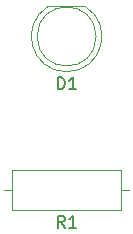
<source format=gto>
%TF.GenerationSoftware,KiCad,Pcbnew,(6.0.5)*%
%TF.CreationDate,2022-05-25T19:28:13+08:00*%
%TF.ProjectId,uinio,75696e69-6f2e-46b6-9963-61645f706362,rev?*%
%TF.SameCoordinates,Original*%
%TF.FileFunction,Legend,Top*%
%TF.FilePolarity,Positive*%
%FSLAX46Y46*%
G04 Gerber Fmt 4.6, Leading zero omitted, Abs format (unit mm)*
G04 Created by KiCad (PCBNEW (6.0.5)) date 2022-05-25 19:28:13*
%MOMM*%
%LPD*%
G01*
G04 APERTURE LIST*
%ADD10C,0.150000*%
%ADD11C,0.120000*%
%ADD12R,1.800000X1.800000*%
%ADD13C,1.800000*%
%ADD14C,1.600000*%
%ADD15O,1.600000X1.600000*%
G04 APERTURE END LIST*
D10*
%TO.C,D1*%
X177761904Y-79952380D02*
X177761904Y-78952380D01*
X178000000Y-78952380D01*
X178142857Y-79000000D01*
X178238095Y-79095238D01*
X178285714Y-79190476D01*
X178333333Y-79380952D01*
X178333333Y-79523809D01*
X178285714Y-79714285D01*
X178238095Y-79809523D01*
X178142857Y-79904761D01*
X178000000Y-79952380D01*
X177761904Y-79952380D01*
X179285714Y-79952380D02*
X178714285Y-79952380D01*
X179000000Y-79952380D02*
X179000000Y-78952380D01*
X178904761Y-79095238D01*
X178809523Y-79190476D01*
X178714285Y-79238095D01*
%TO.C,R1*%
X178333333Y-91672380D02*
X178000000Y-91196190D01*
X177761904Y-91672380D02*
X177761904Y-90672380D01*
X178142857Y-90672380D01*
X178238095Y-90720000D01*
X178285714Y-90767619D01*
X178333333Y-90862857D01*
X178333333Y-91005714D01*
X178285714Y-91100952D01*
X178238095Y-91148571D01*
X178142857Y-91196190D01*
X177761904Y-91196190D01*
X179285714Y-91672380D02*
X178714285Y-91672380D01*
X179000000Y-91672380D02*
X179000000Y-90672380D01*
X178904761Y-90815238D01*
X178809523Y-90910476D01*
X178714285Y-90958095D01*
D11*
%TO.C,D1*%
X180045000Y-72935000D02*
X176955000Y-72935000D01*
X178499538Y-78485000D02*
G75*
G03*
X180044830Y-72935000I462J2990000D01*
G01*
X176955170Y-72935000D02*
G75*
G03*
X178500462Y-78485000I1544830J-2560000D01*
G01*
X181000000Y-75495000D02*
G75*
G03*
X181000000Y-75495000I-2500000J0D01*
G01*
%TO.C,R1*%
X173190000Y-88500000D02*
X173880000Y-88500000D01*
X183120000Y-90220000D02*
X183120000Y-86780000D01*
X183810000Y-88500000D02*
X183120000Y-88500000D01*
X173880000Y-86780000D02*
X173880000Y-90220000D01*
X183120000Y-86780000D02*
X173880000Y-86780000D01*
X173880000Y-90220000D02*
X183120000Y-90220000D01*
%TD*%
%LPC*%
D12*
%TO.C,D1*%
X178500000Y-74225000D03*
D13*
X178500000Y-76765000D03*
%TD*%
D14*
%TO.C,R1*%
X184850000Y-88500000D03*
D15*
X172150000Y-88500000D03*
%TD*%
M02*

</source>
